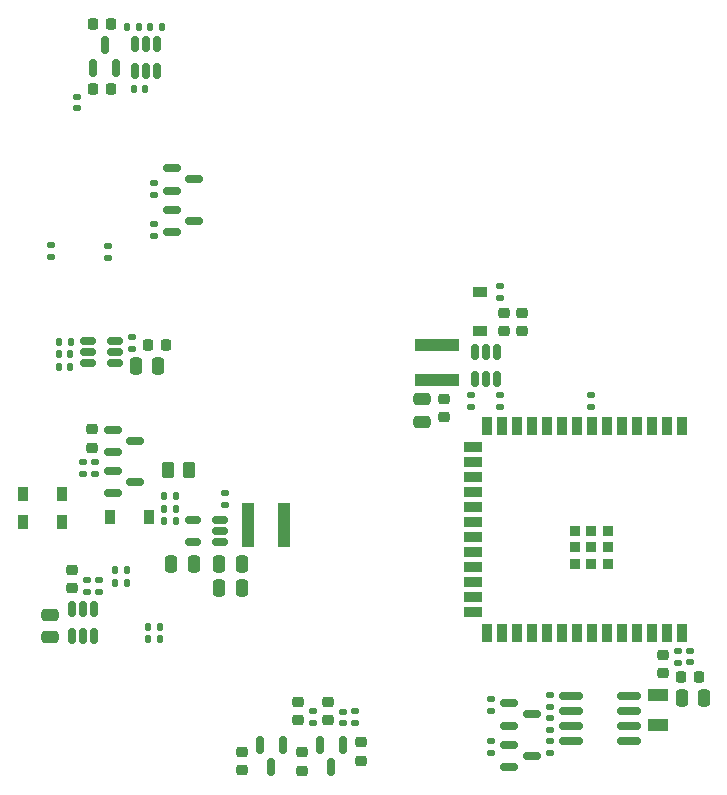
<source format=gbp>
G04 #@! TF.GenerationSoftware,KiCad,Pcbnew,(6.0.10)*
G04 #@! TF.CreationDate,2023-01-06T16:36:23-08:00*
G04 #@! TF.ProjectId,ai-camera,61692d63-616d-4657-9261-2e6b69636164,rev?*
G04 #@! TF.SameCoordinates,Original*
G04 #@! TF.FileFunction,Paste,Bot*
G04 #@! TF.FilePolarity,Positive*
%FSLAX46Y46*%
G04 Gerber Fmt 4.6, Leading zero omitted, Abs format (unit mm)*
G04 Created by KiCad (PCBNEW (6.0.10)) date 2023-01-06 16:36:23*
%MOMM*%
%LPD*%
G01*
G04 APERTURE LIST*
G04 Aperture macros list*
%AMRoundRect*
0 Rectangle with rounded corners*
0 $1 Rounding radius*
0 $2 $3 $4 $5 $6 $7 $8 $9 X,Y pos of 4 corners*
0 Add a 4 corners polygon primitive as box body*
4,1,4,$2,$3,$4,$5,$6,$7,$8,$9,$2,$3,0*
0 Add four circle primitives for the rounded corners*
1,1,$1+$1,$2,$3*
1,1,$1+$1,$4,$5*
1,1,$1+$1,$6,$7*
1,1,$1+$1,$8,$9*
0 Add four rect primitives between the rounded corners*
20,1,$1+$1,$2,$3,$4,$5,0*
20,1,$1+$1,$4,$5,$6,$7,0*
20,1,$1+$1,$6,$7,$8,$9,0*
20,1,$1+$1,$8,$9,$2,$3,0*%
G04 Aperture macros list end*
%ADD10RoundRect,0.150000X-0.587500X-0.150000X0.587500X-0.150000X0.587500X0.150000X-0.587500X0.150000X0*%
%ADD11RoundRect,0.250000X0.475000X-0.250000X0.475000X0.250000X-0.475000X0.250000X-0.475000X-0.250000X0*%
%ADD12R,1.100000X3.700000*%
%ADD13RoundRect,0.225000X0.250000X-0.225000X0.250000X0.225000X-0.250000X0.225000X-0.250000X-0.225000X0*%
%ADD14RoundRect,0.140000X0.170000X-0.140000X0.170000X0.140000X-0.170000X0.140000X-0.170000X-0.140000X0*%
%ADD15RoundRect,0.135000X0.185000X-0.135000X0.185000X0.135000X-0.185000X0.135000X-0.185000X-0.135000X0*%
%ADD16RoundRect,0.135000X0.135000X0.185000X-0.135000X0.185000X-0.135000X-0.185000X0.135000X-0.185000X0*%
%ADD17R,0.900000X0.900000*%
%ADD18R,0.900000X1.500000*%
%ADD19R,1.500000X0.900000*%
%ADD20RoundRect,0.140000X0.140000X0.170000X-0.140000X0.170000X-0.140000X-0.170000X0.140000X-0.170000X0*%
%ADD21R,1.800000X1.000000*%
%ADD22RoundRect,0.225000X0.225000X0.250000X-0.225000X0.250000X-0.225000X-0.250000X0.225000X-0.250000X0*%
%ADD23RoundRect,0.140000X-0.170000X0.140000X-0.170000X-0.140000X0.170000X-0.140000X0.170000X0.140000X0*%
%ADD24R,0.900000X1.200000*%
%ADD25RoundRect,0.135000X-0.135000X-0.185000X0.135000X-0.185000X0.135000X0.185000X-0.135000X0.185000X0*%
%ADD26RoundRect,0.250000X0.250000X0.475000X-0.250000X0.475000X-0.250000X-0.475000X0.250000X-0.475000X0*%
%ADD27RoundRect,0.135000X-0.185000X0.135000X-0.185000X-0.135000X0.185000X-0.135000X0.185000X0.135000X0*%
%ADD28R,3.700000X1.100000*%
%ADD29RoundRect,0.150000X-0.150000X0.587500X-0.150000X-0.587500X0.150000X-0.587500X0.150000X0.587500X0*%
%ADD30RoundRect,0.140000X-0.140000X-0.170000X0.140000X-0.170000X0.140000X0.170000X-0.140000X0.170000X0*%
%ADD31RoundRect,0.150000X0.150000X-0.587500X0.150000X0.587500X-0.150000X0.587500X-0.150000X-0.587500X0*%
%ADD32RoundRect,0.150000X0.825000X0.150000X-0.825000X0.150000X-0.825000X-0.150000X0.825000X-0.150000X0*%
%ADD33RoundRect,0.150000X-0.150000X0.512500X-0.150000X-0.512500X0.150000X-0.512500X0.150000X0.512500X0*%
%ADD34RoundRect,0.225000X-0.250000X0.225000X-0.250000X-0.225000X0.250000X-0.225000X0.250000X0.225000X0*%
%ADD35R,1.200000X0.900000*%
%ADD36RoundRect,0.225000X-0.225000X-0.250000X0.225000X-0.250000X0.225000X0.250000X-0.225000X0.250000X0*%
%ADD37RoundRect,0.150000X0.512500X0.150000X-0.512500X0.150000X-0.512500X-0.150000X0.512500X-0.150000X0*%
%ADD38RoundRect,0.250000X-0.250000X-0.475000X0.250000X-0.475000X0.250000X0.475000X-0.250000X0.475000X0*%
%ADD39RoundRect,0.150000X-0.512500X-0.150000X0.512500X-0.150000X0.512500X0.150000X-0.512500X0.150000X0*%
%ADD40RoundRect,0.250000X0.262500X0.450000X-0.262500X0.450000X-0.262500X-0.450000X0.262500X-0.450000X0*%
%ADD41RoundRect,0.150000X0.150000X-0.512500X0.150000X0.512500X-0.150000X0.512500X-0.150000X-0.512500X0*%
G04 APERTURE END LIST*
D10*
X113772500Y-65540000D03*
X113772500Y-63640000D03*
X115647500Y-64590000D03*
D11*
X103450000Y-99850000D03*
X103450000Y-97950000D03*
D12*
X120230000Y-90360000D03*
X123230000Y-90360000D03*
D13*
X136790000Y-81185000D03*
X136790000Y-79635000D03*
D14*
X145750000Y-105730000D03*
X145750000Y-104770000D03*
D15*
X118275000Y-88635000D03*
X118275000Y-87615000D03*
D16*
X112790000Y-99970000D03*
X111770000Y-99970000D03*
D17*
X149260000Y-92230000D03*
X150660000Y-93630000D03*
X147860000Y-93630000D03*
X147860000Y-90830000D03*
X149260000Y-90830000D03*
X149260000Y-93630000D03*
X147860000Y-92230000D03*
X150660000Y-92230000D03*
X150660000Y-90830000D03*
D18*
X156980000Y-99480000D03*
X155710000Y-99480000D03*
X154440000Y-99480000D03*
X153170000Y-99480000D03*
X151900000Y-99480000D03*
X150630000Y-99480000D03*
X149360000Y-99480000D03*
X148090000Y-99480000D03*
X146820000Y-99480000D03*
X145550000Y-99480000D03*
X144280000Y-99480000D03*
X143010000Y-99480000D03*
X141740000Y-99480000D03*
X140470000Y-99480000D03*
D19*
X139220000Y-97715000D03*
X139220000Y-96445000D03*
X139220000Y-95175000D03*
X139220000Y-93905000D03*
X139220000Y-92635000D03*
X139220000Y-91365000D03*
X139220000Y-90095000D03*
X139220000Y-88825000D03*
X139220000Y-87555000D03*
X139220000Y-86285000D03*
X139220000Y-85015000D03*
X139220000Y-83745000D03*
D18*
X140470000Y-81980000D03*
X141740000Y-81980000D03*
X143010000Y-81980000D03*
X144280000Y-81980000D03*
X145550000Y-81980000D03*
X146820000Y-81980000D03*
X148090000Y-81980000D03*
X149360000Y-81980000D03*
X150630000Y-81980000D03*
X151900000Y-81980000D03*
X153170000Y-81980000D03*
X154440000Y-81980000D03*
X155710000Y-81980000D03*
X156980000Y-81980000D03*
D20*
X105155000Y-75875000D03*
X104195000Y-75875000D03*
D21*
X154925000Y-107275000D03*
X154925000Y-104775000D03*
D22*
X113250000Y-75100000D03*
X111700000Y-75100000D03*
D23*
X141580000Y-70130000D03*
X141580000Y-71090000D03*
D24*
X104425000Y-90125000D03*
X101125000Y-90125000D03*
D25*
X104190000Y-74825000D03*
X105210000Y-74825000D03*
D22*
X108645000Y-47955000D03*
X107095000Y-47955000D03*
D26*
X112600000Y-76900000D03*
X110700000Y-76900000D03*
D23*
X156620000Y-101030000D03*
X156620000Y-101990000D03*
D13*
X124750000Y-111150000D03*
X124750000Y-109600000D03*
D10*
X108775000Y-84175000D03*
X108775000Y-82275000D03*
X110650000Y-83225000D03*
D14*
X105720000Y-55060000D03*
X105720000Y-54100000D03*
D15*
X107550000Y-95985000D03*
X107550000Y-94965000D03*
X145750000Y-109635000D03*
X145750000Y-108615000D03*
D23*
X129260000Y-106130000D03*
X129260000Y-107090000D03*
D13*
X124440000Y-106845000D03*
X124440000Y-105295000D03*
D27*
X140800000Y-105110000D03*
X140800000Y-106130000D03*
D20*
X111500000Y-53392500D03*
X110540000Y-53392500D03*
D28*
X136240000Y-78070000D03*
X136240000Y-75070000D03*
D27*
X108350000Y-66690000D03*
X108350000Y-67710000D03*
D29*
X126325000Y-108987500D03*
X128225000Y-108987500D03*
X127275000Y-110862500D03*
D27*
X103525000Y-66615000D03*
X103525000Y-67635000D03*
D16*
X111005000Y-48167500D03*
X109985000Y-48167500D03*
D30*
X113120000Y-90010000D03*
X114080000Y-90010000D03*
D25*
X113090000Y-88970000D03*
X114110000Y-88970000D03*
D11*
X134970000Y-81590000D03*
X134970000Y-79690000D03*
D15*
X112235000Y-65850000D03*
X112235000Y-64830000D03*
D23*
X110425000Y-74445000D03*
X110425000Y-75405000D03*
D31*
X109020000Y-51617500D03*
X107120000Y-51617500D03*
X108070000Y-49742500D03*
D23*
X157630000Y-101020000D03*
X157630000Y-101980000D03*
D16*
X114100000Y-87930000D03*
X113080000Y-87930000D03*
D32*
X152475000Y-104795000D03*
X152475000Y-106065000D03*
X152475000Y-107335000D03*
X152475000Y-108605000D03*
X147525000Y-108605000D03*
X147525000Y-107335000D03*
X147525000Y-106065000D03*
X147525000Y-104795000D03*
D33*
X139395000Y-75692500D03*
X140345000Y-75692500D03*
X141295000Y-75692500D03*
X141295000Y-77967500D03*
X140345000Y-77967500D03*
X139395000Y-77967500D03*
D34*
X141850000Y-72365000D03*
X141850000Y-73915000D03*
D33*
X110620000Y-49655000D03*
X111570000Y-49655000D03*
X112520000Y-49655000D03*
X112520000Y-51930000D03*
X111570000Y-51930000D03*
X110620000Y-51930000D03*
D25*
X111935000Y-48167500D03*
X112955000Y-48167500D03*
D24*
X104425000Y-87725000D03*
X101125000Y-87725000D03*
D10*
X142337500Y-107325000D03*
X142337500Y-105425000D03*
X144212500Y-106375000D03*
D27*
X107237500Y-85015000D03*
X107237500Y-86035000D03*
D15*
X106212500Y-86035000D03*
X106212500Y-85015000D03*
D35*
X139810000Y-70640000D03*
X139810000Y-73940000D03*
D36*
X156865000Y-103230000D03*
X158415000Y-103230000D03*
D15*
X141560000Y-80380000D03*
X141560000Y-79360000D03*
D27*
X140800000Y-108630000D03*
X140800000Y-109650000D03*
D13*
X155350000Y-102865000D03*
X155350000Y-101315000D03*
D36*
X107095000Y-53430000D03*
X108645000Y-53430000D03*
D23*
X149230000Y-79360000D03*
X149230000Y-80320000D03*
D37*
X117835000Y-89910000D03*
X117835000Y-90860000D03*
X117835000Y-91810000D03*
X115560000Y-91810000D03*
X115560000Y-89910000D03*
D34*
X143400000Y-72355000D03*
X143400000Y-73905000D03*
D25*
X108940000Y-95240000D03*
X109960000Y-95240000D03*
D26*
X119690000Y-93630000D03*
X117790000Y-93630000D03*
D38*
X113700000Y-93620000D03*
X115600000Y-93620000D03*
D13*
X119695000Y-111125000D03*
X119695000Y-109575000D03*
D20*
X105155000Y-76925000D03*
X104195000Y-76925000D03*
D39*
X106637500Y-76650000D03*
X106637500Y-75700000D03*
X106637500Y-74750000D03*
X108912500Y-74750000D03*
X108912500Y-75700000D03*
X108912500Y-76650000D03*
D27*
X145750000Y-106665000D03*
X145750000Y-107685000D03*
D23*
X128270000Y-106140000D03*
X128270000Y-107100000D03*
D24*
X111850000Y-89650000D03*
X108550000Y-89650000D03*
D38*
X156910000Y-105030000D03*
X158810000Y-105030000D03*
D15*
X106600000Y-96010000D03*
X106600000Y-94990000D03*
D25*
X108940000Y-94190000D03*
X109960000Y-94190000D03*
D34*
X105275000Y-94150000D03*
X105275000Y-95700000D03*
D13*
X126990000Y-106845000D03*
X126990000Y-105295000D03*
D27*
X112260000Y-61355000D03*
X112260000Y-62375000D03*
D13*
X106987500Y-83800000D03*
X106987500Y-82250000D03*
D26*
X119680000Y-95690000D03*
X117780000Y-95690000D03*
D34*
X129760000Y-108735000D03*
X129760000Y-110285000D03*
D40*
X115237500Y-85650000D03*
X113412500Y-85650000D03*
D29*
X121245000Y-108987500D03*
X123145000Y-108987500D03*
X122195000Y-110862500D03*
D23*
X125710000Y-106120000D03*
X125710000Y-107080000D03*
D10*
X142337500Y-110850000D03*
X142337500Y-108950000D03*
X144212500Y-109900000D03*
D41*
X107175000Y-99712500D03*
X106225000Y-99712500D03*
X105275000Y-99712500D03*
X105275000Y-97437500D03*
X106225000Y-97437500D03*
X107175000Y-97437500D03*
D10*
X113797500Y-62040000D03*
X113797500Y-60140000D03*
X115672500Y-61090000D03*
D14*
X139100000Y-80330000D03*
X139100000Y-79370000D03*
D25*
X111760000Y-98950000D03*
X112780000Y-98950000D03*
D10*
X108775000Y-87650000D03*
X108775000Y-85750000D03*
X110650000Y-86700000D03*
M02*

</source>
